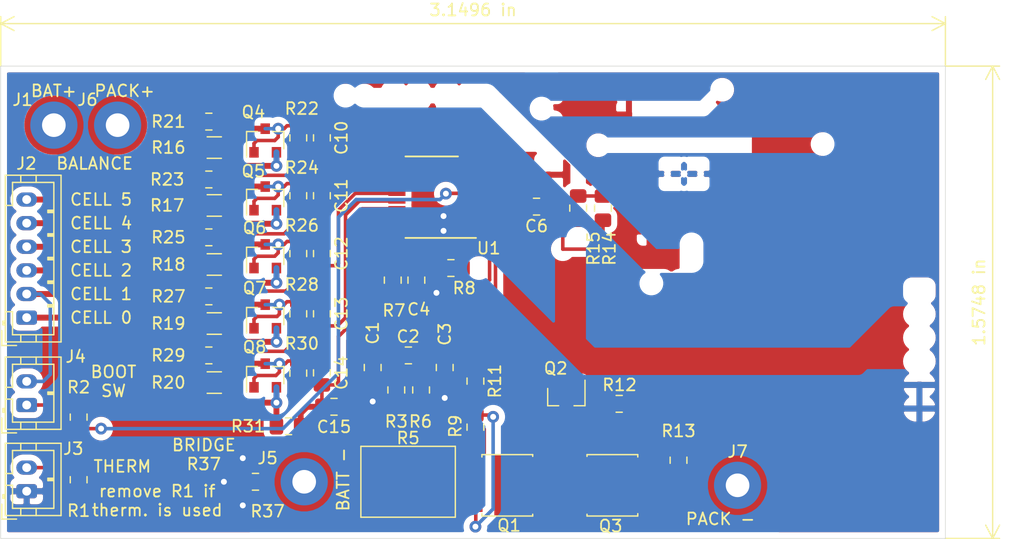
<source format=kicad_pcb>
(kicad_pcb (version 20171130) (host pcbnew 5.1.5-52549c5~84~ubuntu18.04.1)
  (layers (0 F.Cu signal) (31 B.Cu signal) (34 B.Paste user hide) (35 F.Paste user hide) (36 B.SilkS user) (37 F.SilkS user) (38 B.Mask user) (39 F.Mask user) (44 Edge.Cuts user))
  (net 0 "")
  (net 1 "Net-(C1-Pad1)")
  (net 2 GND)
  (net 3 "Net-(C2-Pad1)")
  (net 4 "Net-(C4-Pad2)")
  (net 5 "Net-(C5-Pad2)")
  (net 6 /BAT_THERM)
  (net 7 "Net-(C7-Pad2)")
  (net 8 "/cpu power/ENABLE")
  (net 9 /BAT+)
  (net 10 "/balance section/BAL_C5")
  (net 11 "/balance section/BAL_C4")
  (net 12 "/balance section/BAL_C3")
  (net 13 "/balance section/BAL_C2")
  (net 14 "/balance section/BAL_C1")
  (net 15 "/balance section/BAL_C0")
  (net 16 "Net-(D2-Pad2)")
  (net 17 "Net-(D2-Pad1)")
  (net 18 /RAW_C4)
  (net 19 "Net-(D3-Pad3)")
  (net 20 /RAW_C3)
  (net 21 "Net-(D4-Pad3)")
  (net 22 /RAW_C2)
  (net 23 "Net-(D5-Pad3)")
  (net 24 /RAW_C1)
  (net 25 "Net-(D6-Pad3)")
  (net 26 /RAW_BATT-)
  (net 27 "Net-(D7-Pad3)")
  (net 28 /RAW_C5)
  (net 29 /RAW_BAT-)
  (net 30 /~ALERT)
  (net 31 /SDA)
  (net 32 /SCL)
  (net 33 "Net-(Q1-Pad4)")
  (net 34 "Net-(Q1-Pad5)")
  (net 35 "Net-(Q1-Pad1)")
  (net 36 "Net-(Q2-Pad2)")
  (net 37 "Net-(Q4-Pad3)")
  (net 38 "Net-(Q5-Pad3)")
  (net 39 "Net-(Q7-Pad3)")
  (net 40 "Net-(Q8-Pad3)")
  (net 41 "Net-(R11-Pad1)")
  (net 42 "Net-(Q6-Pad3)")
  (net 43 /BAT-)
  (net 44 "Net-(J4-Pad1)")
  (module Package_TO_SOT_SMD:SOT-23 (layer F.Cu) (at 42.4 26.3 90)
    (fp_text reference Q4 (at 2.4 -1 180) (layer F.SilkS))
    (fp_text value NTR3C21NZ)
    (pad 3 smd rect (at 1 0 90) (size 0.9 0.8) (layers F.Cu F.Paste F.Mask) (net 37 "Net-(Q4-Pad3)"))
    (pad 2 smd rect (at -1 0.95 90) (size 0.9 0.8) (layers F.Cu F.Paste F.Mask) (net 18 /RAW_C4))
    (pad 1 smd rect (at -1 -0.95 90) (size 0.9 0.8) (layers F.Cu F.Paste F.Mask) (net 19 "Net-(D3-Pad3)"))
  )
  (module Package_TO_SOT_SMD:SOT-23 (layer F.Cu) (at 42.4 41.2 90)
    (fp_text reference Q7 (at 2.4 -0.9 180) (layer F.SilkS))
    (fp_text value NTR3C21NZ)
    (pad 3 smd rect (at 1 0 90) (size 0.9 0.8) (layers F.Cu F.Paste F.Mask) (net 39 "Net-(Q7-Pad3)"))
    (pad 2 smd rect (at -1 0.95 90) (size 0.9 0.8) (layers F.Cu F.Paste F.Mask) (net 24 /RAW_C1))
    (pad 1 smd rect (at -1 -0.95 90) (size 0.9 0.8) (layers F.Cu F.Paste F.Mask) (net 25 "Net-(D6-Pad3)"))
  )
  (module Package_TO_SOT_SMD:SOT-23 (layer F.Cu) (at 42.4 46.2 90)
    (fp_text reference Q8 (at 2.4 -0.9 180) (layer F.SilkS))
    (fp_text value NTR3C21NZ)
    (pad 3 smd rect (at 1 0 90) (size 0.9 0.8) (layers F.Cu F.Paste F.Mask) (net 40 "Net-(Q8-Pad3)"))
    (pad 2 smd rect (at -1 0.95 90) (size 0.9 0.8) (layers F.Cu F.Paste F.Mask) (net 26 /RAW_BATT-))
    (pad 1 smd rect (at -1 -0.95 90) (size 0.9 0.8) (layers F.Cu F.Paste F.Mask) (net 27 "Net-(D7-Pad3)"))
  )
  (module Resistor_SMD:R_0805_2012Metric_Pad1.15x1.40mm_HandSolder (layer F.Cu) (at 45.2 40.975 90)
    (fp_text reference R28 (at 2.475 0.3 180) (layer F.SilkS))
    (fp_text value 10k)
    (pad 2 smd roundrect (at 1.025 0 90) (size 1.15 1.4) (layers F.Cu F.Paste F.Mask) (roundrect_rratio 0.217391) (net 25 "Net-(D6-Pad3)"))
    (pad 1 smd roundrect (at -1.025 0 90) (size 1.15 1.4) (layers F.Cu F.Paste F.Mask) (roundrect_rratio 0.217391) (net 14 "/balance section/BAL_C1"))
  )
  (module Resistor_SMD:R_0805_2012Metric_Pad1.15x1.40mm_HandSolder (layer F.Cu) (at 37.625 44.5 180)
    (fp_text reference R29 (at 3.425 0) (layer F.SilkS))
    (fp_text value 1k)
    (pad 1 smd roundrect (at -1.025 0 180) (size 1.15 1.4) (layers F.Cu F.Paste F.Mask) (roundrect_rratio 0.217391) (net 14 "/balance section/BAL_C1"))
    (pad 2 smd roundrect (at 1.025 0 180) (size 1.15 1.4) (layers F.Cu F.Paste F.Mask) (roundrect_rratio 0.217391) (net 24 /RAW_C1))
  )
  (module Resistor_SMD:R_0805_2012Metric_Pad1.15x1.40mm_HandSolder (layer F.Cu) (at 37.625 39.5 180)
    (fp_text reference R27 (at 3.425 0) (layer F.SilkS))
    (fp_text value 1k)
    (pad 1 smd roundrect (at -1.025 0 180) (size 1.15 1.4) (layers F.Cu F.Paste F.Mask) (roundrect_rratio 0.217391) (net 13 "/balance section/BAL_C2"))
    (pad 2 smd roundrect (at 1.025 0 180) (size 1.15 1.4) (layers F.Cu F.Paste F.Mask) (roundrect_rratio 0.217391) (net 22 /RAW_C2))
  )
  (module Capacitor_SMD:C_0805_2012Metric_Pad1.15x1.40mm_HandSolder (layer F.Cu) (at 47.2 40.975 270)
    (fp_text reference C13 (at 0 -1.65 90) (layer F.SilkS))
    (fp_text value 220n)
    (pad 2 smd roundrect (at 1.025 0 270) (size 1.15 1.4) (layers F.Cu F.Paste F.Mask) (roundrect_rratio 0.217391) (net 14 "/balance section/BAL_C1"))
    (pad 1 smd roundrect (at -1.025 0 270) (size 1.15 1.4) (layers F.Cu F.Paste F.Mask) (roundrect_rratio 0.217391) (net 13 "/balance section/BAL_C2"))
  )
  (module Resistor_SMD:R_1206_3216Metric_Pad1.42x1.75mm_HandSolder (layer F.Cu) (at 38.0875 41.8 180)
    (fp_text reference R19 (at 3.8875 0) (layer F.SilkS))
    (fp_text value 220)
    (pad 1 smd roundrect (at -1.4875 0 180) (size 1.425 1.75) (layers F.Cu F.Paste F.Mask) (roundrect_rratio 0.175439) (net 39 "Net-(Q7-Pad3)"))
    (pad 2 smd roundrect (at 1.4875 0 180) (size 1.425 1.75) (layers F.Cu F.Paste F.Mask) (roundrect_rratio 0.175439) (net 22 /RAW_C2))
  )
  (module Resistor_SMD:R_1206_3216Metric_Pad1.42x1.75mm_HandSolder (layer F.Cu) (at 38.0875 46.8 180)
    (fp_text reference R20 (at 3.8875 0) (layer F.SilkS))
    (fp_text value 220)
    (pad 1 smd roundrect (at -1.4875 0 180) (size 1.425 1.75) (layers F.Cu F.Paste F.Mask) (roundrect_rratio 0.175439) (net 40 "Net-(Q8-Pad3)"))
    (pad 2 smd roundrect (at 1.4875 0 180) (size 1.425 1.75) (layers F.Cu F.Paste F.Mask) (roundrect_rratio 0.175439) (net 24 /RAW_C1))
  )
  (module Capacitor_SMD:C_0805_2012Metric_Pad1.15x1.40mm_HandSolder (layer F.Cu) (at 47.2 45.975 270)
    (fp_text reference C14 (at 0 -1.65 90) (layer F.SilkS))
    (fp_text value 220n)
    (pad 2 smd roundrect (at 1.025 0 270) (size 1.15 1.4) (layers F.Cu F.Paste F.Mask) (roundrect_rratio 0.217391) (net 15 "/balance section/BAL_C0"))
    (pad 1 smd roundrect (at -1.025 0 270) (size 1.15 1.4) (layers F.Cu F.Paste F.Mask) (roundrect_rratio 0.217391) (net 14 "/balance section/BAL_C1"))
  )
  (module Resistor_SMD:R_0805_2012Metric_Pad1.15x1.40mm_HandSolder (layer F.Cu) (at 45.2 46 90)
    (fp_text reference R30 (at 2.5 0.3 180) (layer F.SilkS))
    (fp_text value 10k)
    (pad 2 smd roundrect (at 1.025 0 90) (size 1.15 1.4) (layers F.Cu F.Paste F.Mask) (roundrect_rratio 0.217391) (net 27 "Net-(D7-Pad3)"))
    (pad 1 smd roundrect (at -1.025 0 90) (size 1.15 1.4) (layers F.Cu F.Paste F.Mask) (roundrect_rratio 0.217391) (net 15 "/balance section/BAL_C0"))
  )
  (module Capacitor_SMD:C_0805_2012Metric_Pad1.15x1.40mm_HandSolder (layer F.Cu) (at 51.5 45.525 270)
    (fp_text reference C1 (at -2.925 0 90) (layer F.SilkS))
    (fp_text value 100n)
    (pad 1 smd roundrect (at -1.025 0 270) (size 1.15 1.4) (layers F.Cu F.Paste F.Mask) (roundrect_rratio 0.217391) (net 1 "Net-(C1-Pad1)"))
    (pad 2 smd roundrect (at 1.025 0 270) (size 1.15 1.4) (layers F.Cu F.Paste F.Mask) (roundrect_rratio 0.217391) (net 2 GND))
  )
  (module Capacitor_SMD:C_0805_2012Metric_Pad1.15x1.40mm_HandSolder (layer F.Cu) (at 54.525 44.5 180)
    (fp_text reference C2 (at 0.025 1.6) (layer F.SilkS))
    (fp_text value 100n)
    (pad 2 smd roundrect (at 1.025 0 180) (size 1.15 1.4) (layers F.Cu F.Paste F.Mask) (roundrect_rratio 0.217391) (net 1 "Net-(C1-Pad1)"))
    (pad 1 smd roundrect (at -1.025 0 180) (size 1.15 1.4) (layers F.Cu F.Paste F.Mask) (roundrect_rratio 0.217391) (net 3 "Net-(C2-Pad1)"))
  )
  (module Capacitor_SMD:C_0805_2012Metric_Pad1.15x1.40mm_HandSolder (layer F.Cu) (at 57.6 45.525 90)
    (fp_text reference C3 (at 2.825 0 90) (layer F.SilkS))
    (fp_text value 100n)
    (pad 1 smd roundrect (at -1.025 0 90) (size 1.15 1.4) (layers F.Cu F.Paste F.Mask) (roundrect_rratio 0.217391) (net 2 GND))
    (pad 2 smd roundrect (at 1.025 0 90) (size 1.15 1.4) (layers F.Cu F.Paste F.Mask) (roundrect_rratio 0.217391) (net 3 "Net-(C2-Pad1)"))
  )
  (module Capacitor_SMD:C_0805_2012Metric_Pad1.15x1.40mm_HandSolder (layer F.Cu) (at 55.2 38.125 90)
    (fp_text reference C4 (at -2.475 0.2 180) (layer F.SilkS))
    (fp_text value 1n)
    (pad 1 smd roundrect (at -1.025 0 90) (size 1.15 1.4) (layers F.Cu F.Paste F.Mask) (roundrect_rratio 0.217391) (net 2 GND))
    (pad 2 smd roundrect (at 1.025 0 90) (size 1.15 1.4) (layers F.Cu F.Paste F.Mask) (roundrect_rratio 0.217391) (net 4 "Net-(C4-Pad2)"))
  )
  (module Capacitor_SMD:C_0805_2012Metric_Pad1.15x1.40mm_HandSolder (layer F.Cu) (at 65.375 31.9 180)
    (fp_text reference C6 (at 0 -1.65) (layer F.SilkS))
    (fp_text value 1n)
    (pad 2 smd roundrect (at 1.025 0 180) (size 1.15 1.4) (layers F.Cu F.Paste F.Mask) (roundrect_rratio 0.217391) (net 6 /BAT_THERM))
    (pad 1 smd roundrect (at -1.025 0 180) (size 1.15 1.4) (layers F.Cu F.Paste F.Mask) (roundrect_rratio 0.217391) (net 2 GND))
  )
  (module Capacitor_SMD:C_0805_2012Metric_Pad1.15x1.40mm_HandSolder (layer F.Cu) (at 47.2 26.075 270)
    (fp_text reference C10 (at 0 -1.65 90) (layer F.SilkS))
    (fp_text value 220n)
    (pad 1 smd roundrect (at -1.025 0 270) (size 1.15 1.4) (layers F.Cu F.Paste F.Mask) (roundrect_rratio 0.217391) (net 10 "/balance section/BAL_C5"))
    (pad 2 smd roundrect (at 1.025 0 270) (size 1.15 1.4) (layers F.Cu F.Paste F.Mask) (roundrect_rratio 0.217391) (net 11 "/balance section/BAL_C4"))
  )
  (module Capacitor_SMD:C_0805_2012Metric_Pad1.15x1.40mm_HandSolder (layer F.Cu) (at 47.2 30.975 270)
    (fp_text reference C11 (at 0 -1.65 90) (layer F.SilkS))
    (fp_text value 220n)
    (pad 2 smd roundrect (at 1.025 0 270) (size 1.15 1.4) (layers F.Cu F.Paste F.Mask) (roundrect_rratio 0.217391) (net 12 "/balance section/BAL_C3"))
    (pad 1 smd roundrect (at -1.025 0 270) (size 1.15 1.4) (layers F.Cu F.Paste F.Mask) (roundrect_rratio 0.217391) (net 11 "/balance section/BAL_C4"))
  )
  (module Capacitor_SMD:C_0805_2012Metric_Pad1.15x1.40mm_HandSolder (layer F.Cu) (at 47.2 35.875 270)
    (fp_text reference C12 (at 0 -1.65 90) (layer F.SilkS))
    (fp_text value 220n)
    (pad 1 smd roundrect (at -1.025 0 270) (size 1.15 1.4) (layers F.Cu F.Paste F.Mask) (roundrect_rratio 0.217391) (net 12 "/balance section/BAL_C3"))
    (pad 2 smd roundrect (at 1.025 0 270) (size 1.15 1.4) (layers F.Cu F.Paste F.Mask) (roundrect_rratio 0.217391) (net 13 "/balance section/BAL_C2"))
  )
  (module Capacitor_SMD:C_0805_2012Metric_Pad1.15x1.40mm_HandSolder (layer F.Cu) (at 48.225 48.85)
    (fp_text reference C15 (at 0 1.7) (layer F.SilkS))
    (fp_text value 220n)
    (pad 1 smd roundrect (at -1.025 0) (size 1.15 1.4) (layers F.Cu F.Paste F.Mask) (roundrect_rratio 0.217391) (net 15 "/balance section/BAL_C0"))
    (pad 2 smd roundrect (at 1.025 0) (size 1.15 1.4) (layers F.Cu F.Paste F.Mask) (roundrect_rratio 0.217391) (net 2 GND))
  )
  (module Connector_JST:JST_PH_B6B-PH-K_1x06_P2.00mm_Vertical (layer F.Cu) (at 22.2 41.3 90)
    (fp_text reference J2 (at 13.05 -0.025 180) (layer F.SilkS))
    (fp_text value Conn_01x06)
    (pad 1 thru_hole roundrect (at 0 0 90) (size 1.2 1.75) (drill 0.75) (layers *.Cu *.Mask) (roundrect_rratio 0.208333) (net 26 /RAW_BATT-))
    (pad 2 thru_hole oval (at 2 0 90) (size 1.2 1.75) (drill 0.75) (layers *.Cu *.Mask) (net 24 /RAW_C1))
    (pad 3 thru_hole oval (at 4 0 90) (size 1.2 1.75) (drill 0.75) (layers *.Cu *.Mask) (net 22 /RAW_C2))
    (pad 4 thru_hole oval (at 6 0 90) (size 1.2 1.75) (drill 0.75) (layers *.Cu *.Mask) (net 20 /RAW_C3))
    (pad 5 thru_hole oval (at 8 0 90) (size 1.2 1.75) (drill 0.75) (layers *.Cu *.Mask) (net 18 /RAW_C4))
    (pad 6 thru_hole oval (at 10 0 90) (size 1.2 1.75) (drill 0.75) (layers *.Cu *.Mask) (net 28 /RAW_C5))
  )
  (module Connector_JST:JST_PH_B2B-PH-K_1x02_P2.00mm_Vertical (layer F.Cu) (at 22.2 56 90)
    (fp_text reference J3 (at 3.6 3.95 180) (layer F.SilkS))
    (fp_text value therm)
    (pad 1 thru_hole roundrect (at 0 0 90) (size 1.2 1.75) (drill 0.75) (layers *.Cu *.Mask) (roundrect_rratio 0.208333) (net 2 GND))
    (pad 2 thru_hole oval (at 2 0 90) (size 1.2 1.75) (drill 0.75) (layers *.Cu *.Mask) (net 6 /BAT_THERM))
  )
  (module Connector_JST:JST_PH_B2B-PH-K_1x02_P2.00mm_Vertical (layer F.Cu) (at 22.2 48.7 90)
    (fp_text reference J4 (at 4.1 4.15 180) (layer F.SilkS))
    (fp_text value boot_switch)
    (pad 2 thru_hole oval (at 2 0 90) (size 1.2 1.75) (drill 0.75) (layers *.Cu *.Mask) (net 24 /RAW_C1))
    (pad 1 thru_hole roundrect (at 0 0 90) (size 1.2 1.75) (drill 0.75) (layers *.Cu *.Mask) (roundrect_rratio 0.208333) (net 44 "Net-(J4-Pad1)"))
  )
  (module Package_TO_SOT_SMD:LFPAK56 (layer F.Cu) (at 63.065 55.5)
    (fp_text reference Q1 (at -0.015 3.4) (layer F.SilkS))
    (fp_text value PSMN2R6-40YS)
    (pad 4 smd rect (at -2.835 1.91 270) (size 0.7 1.15) (layers F.Cu F.Paste F.Mask) (net 33 "Net-(Q1-Pad4)"))
    (pad 5 smd rect (at 0.435 0 270) (size 4.2 3.3) (layers F.Cu F.Mask) (net 34 "Net-(Q1-Pad5)"))
    (pad 5 smd rect (at 2.635 0 270) (size 4.7 1.55) (layers F.Cu F.Mask) (net 34 "Net-(Q1-Pad5)"))
    (pad 3 smd rect (at -2.835 0.64 270) (size 0.7 1.15) (layers F.Cu F.Paste F.Mask) (net 35 "Net-(Q1-Pad1)"))
    (pad 1 smd rect (at -2.835 -1.91 270) (size 0.7 1.15) (layers F.Cu F.Paste F.Mask) (net 35 "Net-(Q1-Pad1)"))
    (pad 2 smd rect (at -2.835 -0.64 270) (size 0.7 1.15) (layers F.Cu F.Paste F.Mask) (net 35 "Net-(Q1-Pad1)"))
  )
  (module Package_TO_SOT_SMD:SOT-23 (layer F.Cu) (at 67.9 48 270)
    (fp_text reference Q2 (at -2.4 0.9 180) (layer F.SilkS))
    (fp_text value SI2337DS-T1-E3)
    (pad 1 smd rect (at -1 -0.95 270) (size 0.9 0.8) (layers F.Cu F.Paste F.Mask) (net 2 GND))
    (pad 2 smd rect (at -1 0.95 270) (size 0.9 0.8) (layers F.Cu F.Paste F.Mask) (net 36 "Net-(Q2-Pad2)"))
    (pad 3 smd rect (at 1 0 270) (size 0.9 0.8) (layers F.Cu F.Paste F.Mask) (net 16 "Net-(D2-Pad2)"))
  )
  (module Package_TO_SOT_SMD:LFPAK56 (layer F.Cu) (at 71.635 55.5 180)
    (fp_text reference Q3 (at -0.015 -3.45) (layer F.SilkS))
    (fp_text value PSMN2R6-40YS)
    (pad 2 smd rect (at -2.835 -0.64 90) (size 0.7 1.15) (layers F.Cu F.Paste F.Mask) (net 29 /RAW_BAT-))
    (pad 1 smd rect (at -2.835 -1.91 90) (size 0.7 1.15) (layers F.Cu F.Paste F.Mask) (net 29 /RAW_BAT-))
    (pad 3 smd rect (at -2.835 0.64 90) (size 0.7 1.15) (layers F.Cu F.Paste F.Mask) (net 29 /RAW_BAT-))
    (pad 5 smd rect (at 2.635 0 90) (size 4.7 1.55) (layers F.Cu F.Mask) (net 34 "Net-(Q1-Pad5)"))
    (pad 5 smd rect (at 0.435 0 90) (size 4.2 3.3) (layers F.Cu F.Mask) (net 34 "Net-(Q1-Pad5)"))
    (pad 4 smd rect (at -2.835 1.91 90) (size 0.7 1.15) (layers F.Cu F.Paste F.Mask) (net 17 "Net-(D2-Pad1)"))
  )
  (module Package_TO_SOT_SMD:SOT-23 (layer F.Cu) (at 42.4 31.2 90)
    (fp_text reference Q5 (at 2.3 -1 180) (layer F.SilkS))
    (fp_text value NTR3C21NZ)
    (pad 3 smd rect (at 1 0 90) (size 0.9 0.8) (layers F.Cu F.Paste F.Mask) (net 38 "Net-(Q5-Pad3)"))
    (pad 2 smd rect (at -1 0.95 90) (size 0.9 0.8) (layers F.Cu F.Paste F.Mask) (net 20 /RAW_C3))
    (pad 1 smd rect (at -1 -0.95 90) (size 0.9 0.8) (layers F.Cu F.Paste F.Mask) (net 21 "Net-(D4-Pad3)"))
  )
  (module Package_TO_SOT_SMD:SOT-23 (layer F.Cu) (at 42.4 36.1 90)
    (fp_text reference Q6 (at 2.4 -0.9 180) (layer F.SilkS))
    (fp_text value NTR3C21NZ)
    (pad 3 smd rect (at 1 0 90) (size 0.9 0.8) (layers F.Cu F.Paste F.Mask) (net 42 "Net-(Q6-Pad3)"))
    (pad 2 smd rect (at -1 0.95 90) (size 0.9 0.8) (layers F.Cu F.Paste F.Mask) (net 22 /RAW_C2))
    (pad 1 smd rect (at -1 -0.95 90) (size 0.9 0.8) (layers F.Cu F.Paste F.Mask) (net 23 "Net-(D5-Pad3)"))
  )
  (module Resistor_SMD:R_0805_2012Metric_Pad1.15x1.40mm_HandSolder (layer F.Cu) (at 26.6 55.025 270)
    (fp_text reference R1 (at 2.625 0 180) (layer F.SilkS))
    (fp_text value 10k)
    (pad 2 smd roundrect (at 1.025 0 270) (size 1.15 1.4) (layers F.Cu F.Paste F.Mask) (roundrect_rratio 0.217391) (net 2 GND))
    (pad 1 smd roundrect (at -1.025 0 270) (size 1.15 1.4) (layers F.Cu F.Paste F.Mask) (roundrect_rratio 0.217391) (net 6 /BAT_THERM))
  )
  (module Resistor_SMD:R_0805_2012Metric_Pad1.15x1.40mm_HandSolder (layer F.Cu) (at 26.6 49.725 90)
    (fp_text reference R2 (at 2.525 0 180) (layer F.SilkS))
    (fp_text value 10k)
    (pad 1 smd roundrect (at -1.025 0 90) (size 1.15 1.4) (layers F.Cu F.Paste F.Mask) (roundrect_rratio 0.217391) (net 6 /BAT_THERM))
    (pad 2 smd roundrect (at 1.025 0 90) (size 1.15 1.4) (layers F.Cu F.Paste F.Mask) (roundrect_rratio 0.217391) (net 44 "Net-(J4-Pad1)"))
  )
  (module Resistor_SMD:R_0805_2012Metric_Pad1.15x1.40mm_HandSolder (layer F.Cu) (at 53.5 47.425 270)
    (fp_text reference R3 (at 2.675 0 180) (layer F.SilkS))
    (fp_text value 100)
    (pad 2 smd roundrect (at 1.025 0 270) (size 1.15 1.4) (layers F.Cu F.Paste F.Mask) (roundrect_rratio 0.217391) (net 43 /BAT-))
    (pad 1 smd roundrect (at -1.025 0 270) (size 1.15 1.4) (layers F.Cu F.Paste F.Mask) (roundrect_rratio 0.217391) (net 1 "Net-(C1-Pad1)"))
  )
  (module bq76920:WSHP28185L000FEA (layer F.Cu) (at 54.5 55.2 180)
    (fp_text reference R5 (at 0 3.7) (layer F.SilkS))
    (fp_text value WSHP28185L000FEA)
    (pad 1 smd rect (at -2 0 180) (size 3.5 5.1) (layers F.Cu F.Paste F.Mask) (net 35 "Net-(Q1-Pad1)"))
    (pad 2 smd rect (at 2 0 180) (size 3.5 5.1) (layers F.Cu F.Paste F.Mask) (net 43 /BAT-))
  )
  (module Resistor_SMD:R_0805_2012Metric_Pad1.15x1.40mm_HandSolder (layer F.Cu) (at 55.6 47.425 270)
    (fp_text reference R6 (at 2.675 0.05 180) (layer F.SilkS))
    (fp_text value 100)
    (pad 1 smd roundrect (at -1.025 0 270) (size 1.15 1.4) (layers F.Cu F.Paste F.Mask) (roundrect_rratio 0.217391) (net 3 "Net-(C2-Pad1)"))
    (pad 2 smd roundrect (at 1.025 0 270) (size 1.15 1.4) (layers F.Cu F.Paste F.Mask) (roundrect_rratio 0.217391) (net 35 "Net-(Q1-Pad1)"))
  )
  (module Resistor_SMD:R_0805_2012Metric_Pad1.15x1.40mm_HandSolder (layer F.Cu) (at 53.2 38.125 270)
    (fp_text reference R7 (at 2.575 -0.1 180) (layer F.SilkS))
    (fp_text value 500k)
    (pad 2 smd roundrect (at 1.025 0 270) (size 1.15 1.4) (layers F.Cu F.Paste F.Mask) (roundrect_rratio 0.217391) (net 2 GND))
    (pad 1 smd roundrect (at -1.025 0 270) (size 1.15 1.4) (layers F.Cu F.Paste F.Mask) (roundrect_rratio 0.217391) (net 4 "Net-(C4-Pad2)"))
  )
  (module Resistor_SMD:R_0805_2012Metric_Pad1.15x1.40mm_HandSolder (layer F.Cu) (at 58.125 37.1 180)
    (fp_text reference R8 (at -1.125 -1.7) (layer F.SilkS))
    (fp_text value 100)
    (pad 1 smd roundrect (at -1.025 0 180) (size 1.15 1.4) (layers F.Cu F.Paste F.Mask) (roundrect_rratio 0.217391) (net 30 /~ALERT))
    (pad 2 smd roundrect (at 1.025 0 180) (size 1.15 1.4) (layers F.Cu F.Paste F.Mask) (roundrect_rratio 0.217391) (net 4 "Net-(C4-Pad2)"))
  )
  (module Resistor_SMD:R_0805_2012Metric_Pad1.15x1.40mm_HandSolder (layer F.Cu) (at 60.2 50.575 270)
    (fp_text reference R9 (at -0.075 1.7 270) (layer F.SilkS))
    (fp_text value 1Meg)
    (pad 2 smd roundrect (at 1.025 0 270) (size 1.15 1.4) (layers F.Cu F.Paste F.Mask) (roundrect_rratio 0.217391) (net 35 "Net-(Q1-Pad1)"))
    (pad 1 smd roundrect (at -1.025 0 270) (size 1.15 1.4) (layers F.Cu F.Paste F.Mask) (roundrect_rratio 0.217391) (net 33 "Net-(Q1-Pad4)"))
  )
  (module Resistor_SMD:R_0805_2012Metric_Pad1.15x1.40mm_HandSolder (layer F.Cu) (at 60.2 46.675 270)
    (fp_text reference R11 (at 0 -1.65 90) (layer F.SilkS))
    (fp_text value 10k)
    (pad 1 smd roundrect (at -1.025 0 270) (size 1.15 1.4) (layers F.Cu F.Paste F.Mask) (roundrect_rratio 0.217391) (net 41 "Net-(R11-Pad1)"))
    (pad 2 smd roundrect (at 1.025 0 270) (size 1.15 1.4) (layers F.Cu F.Paste F.Mask) (roundrect_rratio 0.217391) (net 33 "Net-(Q1-Pad4)"))
  )
  (module Resistor_SMD:R_0805_2012Metric_Pad1.15x1.40mm_HandSolder (layer F.Cu) (at 72.375 48.6)
    (fp_text reference R12 (at 0.025 -1.6) (layer F.SilkS))
    (fp_text value 1Meg)
    (pad 1 smd roundrect (at -1.025 0) (size 1.15 1.4) (layers F.Cu F.Paste F.Mask) (roundrect_rratio 0.217391) (net 16 "Net-(D2-Pad2)"))
    (pad 2 smd roundrect (at 1.025 0) (size 1.15 1.4) (layers F.Cu F.Paste F.Mask) (roundrect_rratio 0.217391) (net 17 "Net-(D2-Pad1)"))
  )
  (module Resistor_SMD:R_0805_2012Metric_Pad1.15x1.40mm_HandSolder (layer F.Cu) (at 77.4 53.375 270)
    (fp_text reference R13 (at -2.475 0 180) (layer F.SilkS))
    (fp_text value 1Meg)
    (pad 2 smd roundrect (at 1.025 0 270) (size 1.15 1.4) (layers F.Cu F.Paste F.Mask) (roundrect_rratio 0.217391) (net 29 /RAW_BAT-))
    (pad 1 smd roundrect (at -1.025 0 270) (size 1.15 1.4) (layers F.Cu F.Paste F.Mask) (roundrect_rratio 0.217391) (net 17 "Net-(D2-Pad1)"))
  )
  (module Resistor_SMD:R_0805_2012Metric_Pad1.15x1.40mm_HandSolder (layer F.Cu) (at 71 32.025 90)
    (fp_text reference R14 (at -3.425 0.55 90) (layer F.SilkS))
    (fp_text value 10k)
    (pad 2 smd roundrect (at 1.025 0 90) (size 1.15 1.4) (layers F.Cu F.Paste F.Mask) (roundrect_rratio 0.217391) (net 8 "/cpu power/ENABLE"))
    (pad 1 smd roundrect (at -1.025 0 90) (size 1.15 1.4) (layers F.Cu F.Paste F.Mask) (roundrect_rratio 0.217391) (net 31 /SDA))
  )
  (module Resistor_SMD:R_0805_2012Metric_Pad1.15x1.40mm_HandSolder (layer F.Cu) (at 68.9 32.025 90)
    (fp_text reference R15 (at -3.425 1.3 90) (layer F.SilkS))
    (fp_text value 10k)
    (pad 1 smd roundrect (at -1.025 0 90) (size 1.15 1.4) (layers F.Cu F.Paste F.Mask) (roundrect_rratio 0.217391) (net 32 /SCL))
    (pad 2 smd roundrect (at 1.025 0 90) (size 1.15 1.4) (layers F.Cu F.Paste F.Mask) (roundrect_rratio 0.217391) (net 8 "/cpu power/ENABLE"))
  )
  (module Resistor_SMD:R_1206_3216Metric_Pad1.42x1.75mm_HandSolder (layer F.Cu) (at 38.0875 26.9 180)
    (fp_text reference R16 (at 3.8875 0) (layer F.SilkS))
    (fp_text value 220)
    (pad 1 smd roundrect (at -1.4875 0 180) (size 1.425 1.75) (layers F.Cu F.Paste F.Mask) (roundrect_rratio 0.175439) (net 37 "Net-(Q4-Pad3)"))
    (pad 2 smd roundrect (at 1.4875 0 180) (size 1.425 1.75) (layers F.Cu F.Paste F.Mask) (roundrect_rratio 0.175439) (net 28 /RAW_C5))
  )
  (module Resistor_SMD:R_1206_3216Metric_Pad1.42x1.75mm_HandSolder (layer F.Cu) (at 38.0875 31.8 180)
    (fp_text reference R17 (at 3.9875 0 180) (layer F.SilkS))
    (fp_text value 220)
    (pad 2 smd roundrect (at 1.4875 0 180) (size 1.425 1.75) (layers F.Cu F.Paste F.Mask) (roundrect_rratio 0.175439) (net 18 /RAW_C4))
    (pad 1 smd roundrect (at -1.4875 0 180) (size 1.425 1.75) (layers F.Cu F.Paste F.Mask) (roundrect_rratio 0.175439) (net 38 "Net-(Q5-Pad3)"))
  )
  (module Resistor_SMD:R_1206_3216Metric_Pad1.42x1.75mm_HandSolder (layer F.Cu) (at 38.0875 36.8 180)
    (fp_text reference R18 (at 3.8875 0) (layer F.SilkS))
    (fp_text value 220)
    (pad 2 smd roundrect (at 1.4875 0 180) (size 1.425 1.75) (layers F.Cu F.Paste F.Mask) (roundrect_rratio 0.175439) (net 20 /RAW_C3))
    (pad 1 smd roundrect (at -1.4875 0 180) (size 1.425 1.75) (layers F.Cu F.Paste F.Mask) (roundrect_rratio 0.175439) (net 42 "Net-(Q6-Pad3)"))
  )
  (module Resistor_SMD:R_0805_2012Metric_Pad1.15x1.40mm_HandSolder (layer F.Cu) (at 37.625 24.7 180)
    (fp_text reference R21 (at 3.425 0) (layer F.SilkS))
    (fp_text value 1k)
    (pad 2 smd roundrect (at 1.025 0 180) (size 1.15 1.4) (layers F.Cu F.Paste F.Mask) (roundrect_rratio 0.217391) (net 28 /RAW_C5))
    (pad 1 smd roundrect (at -1.025 0 180) (size 1.15 1.4) (layers F.Cu F.Paste F.Mask) (roundrect_rratio 0.217391) (net 10 "/balance section/BAL_C5"))
  )
  (module Resistor_SMD:R_0805_2012Metric_Pad1.15x1.40mm_HandSolder (layer F.Cu) (at 45.2 26.075 90)
    (fp_text reference R22 (at 2.475 0.3 180) (layer F.SilkS))
    (fp_text value 10k)
    (pad 1 smd roundrect (at -1.025 0 90) (size 1.15 1.4) (layers F.Cu F.Paste F.Mask) (roundrect_rratio 0.217391) (net 11 "/balance section/BAL_C4"))
    (pad 2 smd roundrect (at 1.025 0 90) (size 1.15 1.4) (layers F.Cu F.Paste F.Mask) (roundrect_rratio 0.217391) (net 19 "Net-(D3-Pad3)"))
  )
  (module Resistor_SMD:R_0805_2012Metric_Pad1.15x1.40mm_HandSolder (layer F.Cu) (at 37.625 29.6 180)
    (fp_text reference R23 (at 3.525 0) (layer F.SilkS))
    (fp_text value 1k)
    (pad 1 smd roundrect (at -1.025 0 180) (size 1.15 1.4) (layers F.Cu F.Paste F.Mask) (roundrect_rratio 0.217391) (net 11 "/balance section/BAL_C4"))
    (pad 2 smd roundrect (at 1.025 0 180) (size 1.15 1.4) (layers F.Cu F.Paste F.Mask) (roundrect_rratio 0.217391) (net 18 /RAW_C4))
  )
  (module Resistor_SMD:R_0805_2012Metric_Pad1.15x1.40mm_HandSolder (layer F.Cu) (at 45.2 30.975 90)
    (fp_text reference R24 (at 2.375 0.3 180) (layer F.SilkS))
    (fp_text value 10k)
    (pad 1 smd roundrect (at -1.025 0 90) (size 1.15 1.4) (layers F.Cu F.Paste F.Mask) (roundrect_rratio 0.217391) (net 12 "/balance section/BAL_C3"))
    (pad 2 smd roundrect (at 1.025 0 90) (size 1.15 1.4) (layers F.Cu F.Paste F.Mask) (roundrect_rratio 0.217391) (net 21 "Net-(D4-Pad3)"))
  )
  (module Resistor_SMD:R_0805_2012Metric_Pad1.15x1.40mm_HandSolder (layer F.Cu) (at 37.625 34.5 180)
    (fp_text reference R25 (at 3.425 0) (layer F.SilkS))
    (fp_text value 1k)
    (pad 1 smd roundrect (at -1.025 0 180) (size 1.15 1.4) (layers F.Cu F.Paste F.Mask) (roundrect_rratio 0.217391) (net 12 "/balance section/BAL_C3"))
    (pad 2 smd roundrect (at 1.025 0 180) (size 1.15 1.4) (layers F.Cu F.Paste F.Mask) (roundrect_rratio 0.217391) (net 20 /RAW_C3))
  )
  (module Resistor_SMD:R_0805_2012Metric_Pad1.15x1.40mm_HandSolder (layer F.Cu) (at 45.2 35.875 90)
    (fp_text reference R26 (at 2.375 0.3 180) (layer F.SilkS))
    (fp_text value 10k)
    (pad 2 smd roundrect (at 1.025 0 90) (size 1.15 1.4) (layers F.Cu F.Paste F.Mask) (roundrect_rratio 0.217391) (net 23 "Net-(D5-Pad3)"))
    (pad 1 smd roundrect (at -1.025 0 90) (size 1.15 1.4) (layers F.Cu F.Paste F.Mask) (roundrect_rratio 0.217391) (net 13 "/balance section/BAL_C2"))
  )
  (module Resistor_SMD:R_0805_2012Metric_Pad1.15x1.40mm_HandSolder (layer F.Cu) (at 44.375 50.5 180)
    (fp_text reference R31 (at 3.425 0) (layer F.SilkS))
    (fp_text value 1k)
    (pad 1 smd roundrect (at -1.025 0 180) (size 1.15 1.4) (layers F.Cu F.Paste F.Mask) (roundrect_rratio 0.217391) (net 15 "/balance section/BAL_C0"))
    (pad 2 smd roundrect (at 1.025 0 180) (size 1.15 1.4) (layers F.Cu F.Paste F.Mask) (roundrect_rratio 0.217391) (net 26 /RAW_BATT-))
  )
  (module Package_SO:TSSOP-20_4.4x6.5mm_P0.65mm (layer F.Cu) (at 56.5 31.1 180)
    (fp_text reference U1 (at -4.825 -4.325) (layer F.SilkS))
    (fp_text value bq76920)
    (pad 1 smd rect (at -2.95 -2.925 180) (size 1.45 0.45) (layers F.Cu F.Paste F.Mask) (net 41 "Net-(R11-Pad1)"))
    (pad 2 smd rect (at -2.95 -2.275 180) (size 1.45 0.45) (layers F.Cu F.Paste F.Mask) (net 36 "Net-(Q2-Pad2)"))
    (pad 3 smd rect (at -2.95 -1.625 180) (size 1.45 0.45) (layers F.Cu F.Paste F.Mask) (net 2 GND))
    (pad 4 smd rect (at -2.95 -0.975 180) (size 1.45 0.45) (layers F.Cu F.Paste F.Mask) (net 31 /SDA))
    (pad 5 smd rect (at -2.95 -0.325 180) (size 1.45 0.45) (layers F.Cu F.Paste F.Mask) (net 32 /SCL))
    (pad 6 smd rect (at -2.95 0.325 180) (size 1.45 0.45) (layers F.Cu F.Paste F.Mask) (net 6 /BAT_THERM))
    (pad 7 smd rect (at -2.95 0.975 180) (size 1.45 0.45) (layers F.Cu F.Paste F.Mask) (net 7 "Net-(C7-Pad2)"))
    (pad 8 smd rect (at -2.95 1.625 180) (size 1.45 0.45) (layers F.Cu F.Paste F.Mask) (net 8 "/cpu power/ENABLE"))
    (pad 9 smd rect (at -2.95 2.275 180) (size 1.45 0.45) (layers F.Cu F.Paste F.Mask) (net 5 "Net-(C5-Pad2)"))
    (pad 10 smd rect (at -2.95 2.925 180) (size 1.45 0.45) (layers F.Cu F.Paste F.Mask) (net 5 "Net-(C5-Pad2)"))
    (pad 11 smd rect (at 2.95 2.925 180) (size 1.45 0.45) (layers F.Cu F.Paste F.Mask))
    (pad 12 smd rect (at 2.95 2.275 180) (size 1.45 0.45) (layers F.Cu F.Paste F.Mask) (net 10 "/balance section/BAL_C5"))
    (pad 13 smd rect (at 2.95 1.625 180) (size 1.45 0.45) (layers F.Cu F.Paste F.Mask) (net 11 "/balance section/BAL_C4"))
    (pad 14 smd rect (at 2.95 0.975 180) (size 1.45 0.45) (layers F.Cu F.Paste F.Mask) (net 12 "/balance section/BAL_C3"))
    (pad 15 smd rect (at 2.95 0.325 180) (size 1.45 0.45) (layers F.Cu F.Paste F.Mask) (net 13 "/balance section/BAL_C2"))
    (pad 16 smd rect (at 2.95 -0.325 180) (size 1.45 0.45) (layers F.Cu F.Paste F.Mask) (net 14 "/balance section/BAL_C1"))
    (pad 17 smd rect (at 2.95 -0.975 180) (size 1.45 0.45) (layers F.Cu F.Paste F.Mask) (net 15 "/balance section/BAL_C0"))
    (pad 18 smd rect (at 2.95 -1.625 180) (size 1.45 0.45) (layers F.Cu F.Paste F.Mask) (net 1 "Net-(C1-Pad1)"))
    (pad 19 smd rect (at 2.95 -2.275 180) (size 1.45 0.45) (layers F.Cu F.Paste F.Mask) (net 3 "Net-(C2-Pad1)"))
    (pad 20 smd rect (at 2.95 -2.925 180) (size 1.45 0.45) (layers F.Cu F.Paste F.Mask) (net 4 "Net-(C4-Pad2)"))
  )
  (module bq76920:power_pin (layer F.Cu) (at 24.5 25)
    (fp_text reference J1 (at -2.65 -2.15) (layer F.SilkS))
    (fp_text value BAT+)
    (pad 1 thru_hole circle (at 0 0) (size 4 4) (drill 2) (layers *.Cu *.Mask) (net 9 /BAT+))
  )
  (module bq76920:power_pin (layer F.Cu) (at 45.7 55.2)
    (fp_text reference J5 (at -3.1 -2) (layer F.SilkS))
    (fp_text value BAT-)
    (pad 1 thru_hole circle (at 0 0) (size 4 4) (drill 2) (layers *.Cu *.Mask) (net 43 /BAT-))
  )
  (module bq76920:power_pin (layer F.Cu) (at 29.9 25)
    (fp_text reference J6 (at -2.55 -2.15) (layer F.SilkS))
    (fp_text value PACK+)
    (pad 1 thru_hole circle (at 0 0) (size 4 4) (drill 2) (layers *.Cu *.Mask) (net 9 /BAT+))
  )
  (module bq76920:power_pin (layer F.Cu) (at 82.4 55.5)
    (fp_text reference J7 (at 0 -2.85) (layer F.SilkS))
    (fp_text value PACK-)
    (pad 1 thru_hole circle (at 0 0) (size 4 4) (drill 2) (layers *.Cu *.Mask) (net 29 /RAW_BAT-))
  )
  (module Resistor_SMD:R_0805_2012Metric_Pad1.15x1.40mm_HandSolder (layer F.Cu) (at 41.575 55.2 180)
    (fp_text reference R37 (at -1.025 -2.5) (layer F.SilkS))
    (fp_text value 100)
    (pad 1 smd roundrect (at -1.025 0 180) (size 1.15 1.4) (layers F.Cu F.Paste F.Mask) (roundrect_rratio 0.217391) (net 43 /BAT-))
    (pad 2 smd roundrect (at 1.025 0 180) (size 1.15 1.4) (layers F.Cu F.Paste F.Mask) (roundrect_rratio 0.217391) (net 2 GND))
  )
  (gr_text "remove R1 if\ntherm. is used" (at 33.25 56.8) (layer F.SilkS) (effects (font (size 1 1))))
  (gr_text "BAT+  PACK+" (at 27.8 22.1) (layer F.SilkS) (effects (font (size 1 1))))
  (gr_text BALANCE (at 27.95 28.25) (layer F.SilkS) (effects (font (size 1 1))))
  (gr_text "PACK -" (at 80.95 58.35) (layer F.SilkS) (effects (font (size 1 1))))
  (gr_text "BRIDGE\nR37" (at 37.2 52.9) (layer F.SilkS) (effects (font (size 1 1))))
  (gr_text "BATT -" (at 49 55 90) (layer F.SilkS) (effects (font (size 1 1))))
  (gr_text "CELL 0" (at 28.5 41.3) (layer F.SilkS) (effects (font (size 1 1))))
  (gr_text "CELL 1" (at 28.5 39.3) (layer F.SilkS) (effects (font (size 1 1))))
  (gr_text "CELL 2" (at 28.5 37.3) (layer F.SilkS) (effects (font (size 1 1))))
  (gr_text "CELL 3" (at 28.5 35.3) (layer F.SilkS) (effects (font (size 1 1))))
  (gr_text "CELL 4" (at 28.5 33.3) (layer F.SilkS) (effects (font (size 1 1))))
  (gr_text "CELL 5" (at 28.5 31.3) (layer F.SilkS) (effects (font (size 1 1))))
  (gr_text "BOOT\nSW" (at 29.55 46.7) (layer F.SilkS) (effects (font (size 1 1))))
  (gr_text THERM (at 30.3 53.9) (layer F.SilkS) (effects (font (size 1 1))))
  (dimension 40 (width 0.12) (layer F.SilkS) (gr_text "40.000 mm" (at 105.27 40 270) (layer F.SilkS) (effects (font (size 1 1) (thickness 0.15)))) (feature1 (pts (xy 100 60) (xy 104.586421 60))) (feature2 (pts (xy 100 20) (xy 104.586421 20))) (crossbar (pts (xy 104 20) (xy 104 60))) (arrow1a (pts (xy 104 60) (xy 103.413579 58.873496))) (arrow1b (pts (xy 104 60) (xy 104.586421 58.873496))) (arrow2a (pts (xy 104 20) (xy 103.413579 21.126504))) (arrow2b (pts (xy 104 20) (xy 104.586421 21.126504))))
  (dimension 80 (width 0.12) (layer F.SilkS) (gr_text "80.000 mm" (at 60 15.13) (layer F.SilkS) (effects (font (size 1 1) (thickness 0.15)))) (feature1 (pts (xy 100 20) (xy 100 15.813579))) (feature2 (pts (xy 20 20) (xy 20 15.813579))) (crossbar (pts (xy 20 16.4) (xy 100 16.4))) (arrow1a (pts (xy 100 16.4) (xy 98.873496 16.986421))) (arrow1b (pts (xy 100 16.4) (xy 98.873496 15.813579))) (arrow2a (pts (xy 20 16.4) (xy 21.126504 16.986421))) (arrow2b (pts (xy 20 16.4) (xy 21.126504 15.813579))))
  (gr_line (start 100 60) (end 100 20) (layer Edge.Cuts) (width 0.05))
  (gr_line (start 20 60) (end 100 60) (layer Edge.Cuts) (width 0.05))
  (gr_line (start 20 20) (end 100 20) (layer Edge.Cuts) (width 0.05))
  (gr_line (start 20 20) (end 20 60) (layer Edge.Cuts) (width 0.05))
  (segment (start 51.5 44.5) (end 53.5 44.5) (width 0.3) (layer F.Cu) (net 1))
  (segment (start 53.5 46.4) (end 53.5 44.5) (width 0.3) (layer F.Cu) (net 1))
  (segment (start 53.55 32.725) (end 51.075 32.725) (width 0.3) (layer F.Cu) (net 1))
  (segment (start 51.075 32.725) (end 50.4 33.4) (width 0.3) (layer F.Cu) (net 1))
  (segment (start 50.4 33.4) (end 50.4 41.4) (width 0.3) (layer F.Cu) (net 1))
  (segment (start 51.5 42.5) (end 53 42.5) (width 0.3) (layer F.Cu) (net 1))
  (segment (start 50.4 41.4) (end 51.5 42.5) (width 0.3) (layer F.Cu) (net 1))
  (segment (start 53.5 43) (end 53.5 44.5) (width 0.3) (layer F.Cu) (net 1))
  (segment (start 53 42.5) (end 53.5 43) (width 0.3) (layer F.Cu) (net 1))
  (via (at 57.5 32.7) (size 1) (drill 0.5) (layers F.Cu B.Cu) (net 2))
  (segment (start 59.45 32.725) (end 57.525 32.725) (width 0.3) (layer F.Cu) (net 2))
  (segment (start 57.525 32.725) (end 57.5 32.7) (width 0.3) (layer F.Cu) (net 2))
  (via (at 56.9 39.2) (size 1) (drill 0.5) (layers F.Cu B.Cu) (net 2))
  (segment (start 55.2 39.15) (end 56.85 39.15) (width 0.3) (layer F.Cu) (net 2))
  (via (at 51.5 48.4) (size 1) (drill 0.5) (layers F.Cu B.Cu) (net 2))
  (via (at 57.6 48.1) (size 1) (drill 0.5) (layers F.Cu B.Cu) (net 2))
  (via (at 40.5 53.2) (size 1) (drill 0.5) (layers F.Cu B.Cu) (net 2))
  (segment (start 40.55 55.2) (end 40.55 53.25) (width 0.3) (layer F.Cu) (net 2))
  (segment (start 40.55 53.25) (end 40.5 53.2) (width 0.3) (layer F.Cu) (net 2))
  (via (at 38.9 55.2) (size 1) (drill 0.5) (layers F.Cu B.Cu) (net 2))
  (segment (start 40.55 55.2) (end 38.9 55.2) (width 0.3) (layer F.Cu) (net 2))
  (via (at 40.5 57.2) (size 1) (drill 0.5) (layers F.Cu B.Cu) (net 2))
  (segment (start 40.55 55.2) (end 40.55 57.15) (width 0.3) (layer F.Cu) (net 2))
  (segment (start 40.55 57.15) (end 40.5 57.2) (width 0.3) (layer F.Cu) (net 2))
  (via (at 57.5 33.95) (size 1) (drill 0.5) (layers F.Cu B.Cu) (net 2))
  (segment (start 57.5 32.7) (end 57.5 33.95) (width 1) (layer F.Cu) (net 2))
  (segment (start 56.85 39.15) (end 56.9 39.2) (width 1) (layer F.Cu) (net 2))
  (segment (start 53.2 39.15) (end 56.85 39.15) (width 1) (layer F.Cu) (net 2))
  (segment (start 57.6 48.1) (end 57.6 46.55) (width 1) (layer F.Cu) (net 2))
  (segment (start 51.5 48.4) (end 51.5 46.55) (width 1) (layer F.Cu) (net 2))
  (segment (start 55.55 44.5) (end 57.6 44.5) (width 0.3) (layer F.Cu) (net 3))
  (segment (start 55.6 44.55) (end 55.55 44.5) (width 0.3) (layer F.Cu) (net 3))
  (segment (start 55.6 46.4) (end 55.6 44.55) (width 0.3) (layer F.Cu) (net 3))
  (segment (start 55.55 42.85) (end 54.6 41.9) (width 0.3) (layer F.Cu) (net 3))
  (segment (start 51.1 41.1) (end 51.1 33.8) (width 0.3) (layer F.Cu) (net 3))
  (segment (start 55.55 44.5) (end 55.55 42.85) (width 0.3) (layer F.Cu) (net 3))
  (segment (start 51.525 33.375) (end 53.55 33.375) (width 0.3) (layer F.Cu) (net 3))
  (segment (start 51.1 33.8) (end 51.525 33.375) (width 0.3) (layer F.Cu) (net 3))
  (segment (start 54.6 41.9) (end 51.9 41.9) (width 0.3) (layer F.Cu) (net 3))
  (segment (start 51.9 41.9) (end 51.1 41.1) (width 0.3) (layer F.Cu) (net 3))
  (segment (start 53.55 34.025) (end 52.275 34.025) (width 0.3) (layer F.Cu) (net 4))
  (segment (start 52.275 34.025) (end 51.7 34.6) (width 0.3) (layer F.Cu) (net 4))
  (segment (start 51.7 34.6) (end 51.7 36.6) (width 0.3) (layer F.Cu) (net 4))
  (segment (start 52.2 37.1) (end 53.2 37.1) (width 0.3) (layer F.Cu) (net 4))
  (segment (start 51.7 36.6) (end 52.2 37.1) (width 0.3) (layer F.Cu) (net 4))
  (segment (start 53.2 37.1) (end 55.2 37.1) (width 0.3) (layer F.Cu) (net 4))
  (segment (start 55.2 37.1) (end 57.1 37.1) (width 0.3) (layer F.Cu) (net 4))
  (segment (start 59.45 28.825) (end 59.45 28.175) (width 0.3) (layer F.Cu) (net 5))
  (segment (start 59.45 30.775) (end 61.975 30.775) (width 0.3) (layer F.Cu) (net 6))
  (segment (start 63.1 31.9) (end 64.35 31.9) (width 0.3) (layer F.Cu) (net 6))
  (segment (start 61.975 30.775) (end 63.1 31.9) (width 0.3) (layer F.Cu) (net 6))
  (segment (start 22.2 54) (end 26.6 54) (width 0.3) (layer F.Cu) (net 6))
  (segment (start 26.6 54) (end 26.6 50.75) (width 0.3) (layer F.Cu) (net 6))
  (via (at 57.7 30.8) (size 1) (drill 0.5) (layers F.Cu B.Cu) (net 6))
  (segment (start 59.45 30.775) (end 57.725 30.775) (width 0.3) (layer F.Cu) (net 6))
  (segment (start 57.725 30.775) (end 57.7 30.8) (width 0.3) (layer F.Cu) (net 6))
  (segment (start 57.200001 31.299999) (end 50.100001 31.299999) (width 0.3) (layer B.Cu) (net 6))
  (segment (start 57.7 30.8) (end 57.200001 31.299999) (width 0.3) (layer B.Cu) (net 6))
  (segment (start 50.100001 31.299999) (end 48.6 32.8) (width 0.3) (layer B.Cu) (net 6))
  (segment (start 48.6 32.8) (end 48.6 46) (width 0.3) (layer B.Cu) (net 6))
  (via (at 28.5 50.7) (size 1) (drill 0.5) (layers F.Cu B.Cu) (net 6))
  (segment (start 48.6 46) (end 43.9 50.7) (width 0.3) (layer B.Cu) (net 6))
  (segment (start 43.9 50.7) (end 28.5 50.7) (width 0.3) (layer B.Cu) (net 6))
  (segment (start 26.65 50.7) (end 26.6 50.75) (width 0.3) (layer F.Cu) (net 6))
  (segment (start 28.5 50.7) (end 26.65 50.7) (width 0.3) (layer F.Cu) (net 6))
  (segment (start 71 31) (end 68.9 31) (width 0.3) (layer F.Cu) (net 8))
  (segment (start 24.5 25) (end 29.9 25) (width 5) (layer F.Cu) (net 9))
  (segment (start 47.2 24.375) (end 46.725 23.9) (width 0.3) (layer F.Cu) (net 10))
  (segment (start 47.2 25.05) (end 47.2 24.375) (width 0.3) (layer F.Cu) (net 10))
  (segment (start 46.725 23.9) (end 40.7 23.9) (width 0.3) (layer F.Cu) (net 10))
  (segment (start 39.9 24.7) (end 38.65 24.7) (width 0.3) (layer F.Cu) (net 10))
  (segment (start 40.7 23.9) (end 39.9 24.7) (width 0.3) (layer F.Cu) (net 10))
  (segment (start 53.55 28.825) (end 52.225 28.825) (width 0.3) (layer F.Cu) (net 10))
  (segment (start 52.225 28.825) (end 50.9 27.5) (width 0.3) (layer F.Cu) (net 10))
  (segment (start 50.9 27.5) (end 50.9 25.6) (width 0.3) (layer F.Cu) (net 10))
  (segment (start 50.35 25.05) (end 47.2 25.05) (width 0.3) (layer F.Cu) (net 10))
  (segment (start 50.9 25.6) (end 50.35 25.05) (width 0.3) (layer F.Cu) (net 10))
  (segment (start 45.2 27.1) (end 47.2 27.1) (width 0.3) (layer F.Cu) (net 11))
  (segment (start 47.2 27.1) (end 47.2 29.95) (width 0.3) (layer F.Cu) (net 11))
  (segment (start 53.55 29.475) (end 49.225 29.475) (width 0.3) (layer F.Cu) (net 11))
  (segment (start 48.75 29.95) (end 47.2 29.95) (width 0.3) (layer F.Cu) (net 11))
  (segment (start 49.225 29.475) (end 48.75 29.95) (width 0.3) (layer F.Cu) (net 11))
  (segment (start 45.2 28.326454) (end 45.2 27.775) (width 0.3) (layer F.Cu) (net 11))
  (segment (start 45.2 27.775) (end 45.2 27.1) (width 0.3) (layer F.Cu) (net 11))
  (segment (start 44.276453 29.250001) (end 45.2 28.326454) (width 0.3) (layer F.Cu) (net 11))
  (segment (start 40.549999 29.250001) (end 44.276453 29.250001) (width 0.3) (layer F.Cu) (net 11))
  (segment (start 40.2 29.6) (end 40.549999 29.250001) (width 0.3) (layer F.Cu) (net 11))
  (segment (start 38.65 29.6) (end 40.2 29.6) (width 0.3) (layer F.Cu) (net 11))
  (segment (start 45.2 32) (end 47.2 32) (width 0.3) (layer F.Cu) (net 12))
  (segment (start 47.2 32) (end 47.2 34.85) (width 0.3) (layer F.Cu) (net 12))
  (segment (start 49.875 30.125) (end 53.55 30.125) (width 0.3) (layer F.Cu) (net 12))
  (segment (start 47.2 32) (end 48 32) (width 0.3) (layer F.Cu) (net 12))
  (segment (start 48 32) (end 49.875 30.125) (width 0.3) (layer F.Cu) (net 12))
  (segment (start 38.65 34.5) (end 40.2 34.5) (width 0.3) (layer F.Cu) (net 12))
  (segment (start 40.2 34.5) (end 40.5 34.2) (width 0.3) (layer F.Cu) (net 12))
  (segment (start 40.5 34.2) (end 44 34.2) (width 0.3) (layer F.Cu) (net 12))
  (segment (start 45.2 33) (end 45.2 32) (width 0.3) (layer F.Cu) (net 12))
  (segment (start 44 34.2) (end 45.2 33) (width 0.3) (layer F.Cu) (net 12))
  (segment (start 45.2 36.9) (end 47.2 36.9) (width 0.3) (layer F.Cu) (net 13))
  (segment (start 47.2 39.95) (end 47.2 36.9) (width 0.3) (layer F.Cu) (net 13))
  (segment (start 53.55 30.775) (end 50.025 30.775) (width 0.3) (layer F.Cu) (net 13))
  (segment (start 50.025 30.775) (end 48.6 32.2) (width 0.3) (layer F.Cu) (net 13))
  (segment (start 48.6 32.2) (end 48.6 36.7) (width 0.3) (layer F.Cu) (net 13))
  (segment (start 48.4 36.9) (end 47.2 36.9) (width 0.3) (layer F.Cu) (net 13))
  (segment (start 48.6 36.7) (end 48.4 36.9) (width 0.3) (layer F.Cu) (net 13))
  (segment (start 44.149999 39.050001) (end 45.2 38) (width 0.3) (layer F.Cu) (net 13))
  (segment (start 40.449999 39.050001) (end 44.149999 39.050001) (width 0.3) (layer F.Cu) (net 13))
  (segment (start 45.2 38) (end 45.2 36.9) (width 0.3) (layer F.Cu) (net 13))
  (segment (start 38.65 39.5) (end 40 39.5) (width 0.3) (layer F.Cu) (net 13))
  (segment (start 40 39.5) (end 40.449999 39.050001) (width 0.3) (layer F.Cu) (net 13))
  (segment (start 45.2 42) (end 47.2 42) (width 0.3) (layer F.Cu) (net 14))
  (segment (start 53.55 31.425) (end 50.375 31.425) (width 0.3) (layer F.Cu) (net 14))
  (segment (start 50.375 31.425) (end 49.2 32.6) (width 0.3) (layer F.Cu) (net 14))
  (segment (start 49.2 32.6) (end 49.2 41.3) (width 0.3) (layer F.Cu) (net 14))
  (segment (start 48.5 42) (end 47.2 42) (width 0.3) (layer F.Cu) (net 14))
  (segment (start 49.2 41.3) (end 48.5 42) (width 0.3) (layer F.Cu) (net 14))
  (segment (start 47.2 42) (end 47.2 43.4) (width 0.3) (layer F.Cu) (net 14))
  (segment (start 47.2 43.4) (end 47.2 44.95) (width 0.3) (layer F.Cu) (net 14))
  (segment (start 39.674999 44.150001) (end 44.049999 44.150001) (width 0.3) (layer F.Cu) (net 14))
  (segment (start 38.65 44.5) (end 39.325 44.5) (width 0.3) (layer F.Cu) (net 14))
  (segment (start 45.2 43) (end 45.2 42) (width 0.3) (layer F.Cu) (net 14))
  (segment (start 44.049999 44.150001) (end 45.2 43) (width 0.3) (layer F.Cu) (net 14))
  (segment (start 39.325 44.5) (end 39.674999 44.150001) (width 0.3) (layer F.Cu) (net 14))
  (segment (start 47.175 47.025) (end 47.2 47) (width 0.3) (layer F.Cu) (net 15))
  (segment (start 45.2 47.025) (end 47.175 47.025) (width 0.3) (layer F.Cu) (net 15))
  (segment (start 53.55 32.075) (end 50.625 32.075) (width 0.3) (layer F.Cu) (net 15))
  (segment (start 50.625 32.075) (end 49.8 32.9) (width 0.3) (layer F.Cu) (net 15))
  (segment (start 49.8 32.9) (end 49.8 41.7) (width 0.3) (layer F.Cu) (net 15))
  (segment (start 49.8 41.7) (end 48.6 42.9) (width 0.3) (layer F.Cu) (net 15))
  (segment (start 48.6 42.9) (end 48.6 46.7) (width 0.3) (layer F.Cu) (net 15))
  (segment (start 48.3 47) (end 47.2 47) (width 0.3) (layer F.Cu) (net 15))
  (segment (start 48.6 46.7) (end 48.3 47) (width 0.3) (layer F.Cu) (net 15))
  (segment (start 47.2 47) (end 47.2 48.85) (width 0.3) (layer F.Cu) (net 15))
  (segment (start 45.4 50.5) (end 45.4 49.4) (width 0.5) (layer F.Cu) (net 15))
  (segment (start 45.95 48.85) (end 47.2 48.85) (width 0.5) (layer F.Cu) (net 15))
  (segment (start 45.4 49.4) (end 45.95 48.85) (width 0.5) (layer F.Cu) (net 15))
  (segment (start 67.9 49) (end 67.9 50.9) (width 0.3) (layer F.Cu) (net 16))
  (segment (start 67.9 49) (end 69.7 49) (width 0.3) (layer F.Cu) (net 16))
  (segment (start 70.1 48.6) (end 71.35 48.6) (width 0.3) (layer F.Cu) (net 16))
  (segment (start 69.7 49) (end 70.1 48.6) (width 0.3) (layer F.Cu) (net 16))
  (segment (start 73.4 48.6) (end 73.4 50.9) (width 0.3) (layer F.Cu) (net 17))
  (segment (start 76.6 52.35) (end 77.4 52.35) (width 0.3) (layer F.Cu) (net 17))
  (segment (start 75.06 52.35) (end 76.6 52.35) (width 0.3) (layer F.Cu) (net 17))
  (segment (start 73.4 52.05) (end 73.7 52.35) (width 0.3) (layer F.Cu) (net 17))
  (segment (start 73.4 50.9) (end 73.4 52.05) (width 0.3) (layer F.Cu) (net 17))
  (segment (start 74.45 52.92) (end 74.45 52.35) (width 0.3) (layer F.Cu) (net 17))
  (segment (start 74.47 52.94) (end 74.45 52.92) (width 0.3) (layer F.Cu) (net 17))
  (segment (start 74.47 53.59) (end 74.47 52.94) (width 0.3) (layer F.Cu) (net 17))
  (segment (start 73.7 52.35) (end 74.45 52.35) (width 0.3) (layer F.Cu) (net 17))
  (segment (start 74.45 52.35) (end 75.06 52.35) (width 0.3) (layer F.Cu) (net 17))
  (segment (start 22.2 33.3) (end 29.8 33.3) (width 0.5) (layer F.Cu) (net 18))
  (segment (start 29.8 33.3) (end 31.3 31.8) (width 0.5) (layer F.Cu) (net 18))
  (segment (start 31.3 31.8) (end 36.6 31.8) (width 0.5) (layer F.Cu) (net 18))
  (via (at 43.35 28.45) (size 1) (drill 0.5) (layers F.Cu B.Cu) (net 18))
  (segment (start 36.6 31.8) (end 36.6 29.6) (width 0.5) (layer F.Cu) (net 18))
  (segment (start 43.35 27.3) (end 43.35 28.45) (width 0.5) (layer F.Cu) (net 18))
  (segment (start 37.75 28.45) (end 36.6 29.6) (width 0.5) (layer F.Cu) (net 18))
  (segment (start 43.35 28.45) (end 37.75 28.45) (width 0.5) (layer F.Cu) (net 18))
  (segment (start 43.35 27.3) (end 43.35 28.45) (width 0.5) (layer B.Cu) (net 18))
  (via (at 43.5 25.3) (size 1) (drill 0.5) (layers F.Cu B.Cu) (net 19))
  (segment (start 42.4 25.3) (end 43.5 25.3) (width 0.3) (layer B.Cu) (net 19))
  (segment (start 43.5 25.3) (end 44 25.3) (width 0.3) (layer F.Cu) (net 19))
  (segment (start 44.25 25.05) (end 45.2 25.05) (width 0.3) (layer F.Cu) (net 19))
  (segment (start 44 25.3) (end 44.25 25.05) (width 0.3) (layer F.Cu) (net 19))
  (segment (start 41.45 26.55) (end 41.7 26.3) (width 0.3) (layer F.Cu) (net 19))
  (segment (start 41.45 27.3) (end 41.45 26.55) (width 0.3) (layer F.Cu) (net 19))
  (segment (start 43.5 26.007106) (end 43.5 25.3) (width 0.3) (layer F.Cu) (net 19))
  (segment (start 43.207106 26.3) (end 43.5 26.007106) (width 0.3) (layer F.Cu) (net 19))
  (segment (start 41.7 26.3) (end 43.207106 26.3) (width 0.3) (layer F.Cu) (net 19))
  (segment (start 22.2 35.3) (end 33.2 35.3) (width 0.5) (layer F.Cu) (net 20))
  (segment (start 33.2 35.3) (end 34.7 36.8) (width 0.5) (layer F.Cu) (net 20))
  (segment (start 34.7 36.8) (end 36.6 36.8) (width 0.5) (layer F.Cu) (net 20))
  (segment (start 37.75 33.35) (end 36.6 34.5) (width 0.5) (layer F.Cu) (net 20))
  (segment (start 43.35 33.35) (end 37.75 33.35) (width 0.5) (layer F.Cu) (net 20))
  (segment (start 43.35 32.2) (end 43.35 33.35) (width 0.5) (layer F.Cu) (net 20))
  (segment (start 36.6 34.5) (end 36.6 36.8) (width 0.5) (layer F.Cu) (net 20))
  (segment (start 43.35 32.2) (end 43.35 33.35) (width 0.5) (layer B.Cu) (net 20))
  (via (at 43.35 33.35) (size 1) (drill 0.5) (layers F.Cu B.Cu) (net 20))
  (segment (start 43.500002 30.2) (end 44 30.2) (width 0.3) (layer F.Cu) (net 21))
  (segment (start 44.25 29.95) (end 45.2 29.95) (width 0.3) (layer F.Cu) (net 21))
  (segment (start 44 30.2) (end 44.25 29.95) (width 0.3) (layer F.Cu) (net 21))
  (segment (start 41.45 31.45) (end 41.7 31.2) (width 0.3) (layer F.Cu) (net 21))
  (segment (start 41.45 32.2) (end 41.45 31.45) (width 0.3) (layer F.Cu) (net 21))
  (segment (start 43.500002 30.907106) (end 43.500002 30.2) (width 0.3) (layer F.Cu) (net 21))
  (segment (start 43.207108 31.2) (end 43.500002 30.907106) (width 0.3) (layer F.Cu) (net 21))
  (segment (start 41.7 31.2) (end 43.207108 31.2) (width 0.3) (layer F.Cu) (net 21))
  (segment (start 42.4 30.2) (end 43.500002 30.2) (width 0.3) (layer B.Cu) (net 21))
  (via (at 43.500002 30.2) (size 1) (drill 0.5) (layers F.Cu B.Cu) (net 21))
  (segment (start 22.2 37.3) (end 32.5 37.3) (width 0.5) (layer F.Cu) (net 22))
  (segment (start 32.5 37.3) (end 34.2 39) (width 0.5) (layer F.Cu) (net 22))
  (segment (start 34.2 39) (end 34.2 40.9) (width 0.5) (layer F.Cu) (net 22))
  (segment (start 34.2 40.9) (end 35.1 41.8) (width 0.5) (layer F.Cu) (net 22))
  (segment (start 35.1 41.8) (end 36.6 41.8) (width 0.5) (layer F.Cu) (net 22))
  (via (at 43.35 38.35) (size 1) (drill 0.5) (layers F.Cu B.Cu) (net 22))
  (segment (start 37.75 38.35) (end 36.6 39.5) (width 0.5) (layer F.Cu) (net 22))
  (segment (start 43.35 38.35) (end 37.75 38.35) (width 0.5) (layer F.Cu) (net 22))
  (segment (start 43.35 37.1) (end 43.35 38.35) (width 0.5) (layer F.Cu) (net 22))
  (segment (start 36.6 39.5) (end 36.6 41.8) (width 0.5) (layer F.Cu) (net 22))
  (segment (start 43.35 37.1) (end 43.35 38.35) (width 0.5) (layer B.Cu) (net 22))
  (via (at 43.500002 35.1) (size 1) (drill 0.5) (layers F.Cu B.Cu) (net 23))
  (segment (start 42.4 35.1) (end 43.500002 35.1) (width 0.3) (layer B.Cu) (net 23))
  (segment (start 43.500002 35.1) (end 44 35.1) (width 0.3) (layer F.Cu) (net 23))
  (segment (start 44.25 34.85) (end 45.2 34.85) (width 0.3) (layer F.Cu) (net 23))
  (segment (start 44 35.1) (end 44.25 34.85) (width 0.3) (layer F.Cu) (net 23))
  (segment (start 41.45 36.35) (end 41.7 36.1) (width 0.3) (layer F.Cu) (net 23))
  (segment (start 41.45 37.1) (end 41.45 36.35) (width 0.3) (layer F.Cu) (net 23))
  (segment (start 43.500002 35.807106) (end 43.500002 35.1) (width 0.3) (layer F.Cu) (net 23))
  (segment (start 43.207108 36.1) (end 43.500002 35.807106) (width 0.3) (layer F.Cu) (net 23))
  (segment (start 41.7 36.1) (end 43.207108 36.1) (width 0.3) (layer F.Cu) (net 23))
  (segment (start 22.2 39.3) (end 32.3 39.3) (width 0.5) (layer F.Cu) (net 24))
  (segment (start 32.3 39.3) (end 33.2 40.2) (width 0.5) (layer F.Cu) (net 24))
  (segment (start 33.2 40.2) (end 33.2 45.1) (width 0.5) (layer F.Cu) (net 24))
  (segment (start 33.2 45.1) (end 34.9 46.8) (width 0.5) (layer F.Cu) (net 24))
  (segment (start 34.9 46.8) (end 36.6 46.8) (width 0.5) (layer F.Cu) (net 24))
  (segment (start 23.375 39.3) (end 24.2 40.125) (width 0.3) (layer B.Cu) (net 24))
  (segment (start 22.2 39.3) (end 23.375 39.3) (width 0.3) (layer B.Cu) (net 24))
  (segment (start 24.2 40.125) (end 24.2 46.1) (width 0.3) (layer B.Cu) (net 24))
  (segment (start 23.6 46.7) (end 22.2 46.7) (width 0.3) (layer B.Cu) (net 24))
  (segment (start 24.2 46.1) (end 23.6 46.7) (width 0.3) (layer B.Cu) (net 24))
  (via (at 43.35 43.35) (size 1) (drill 0.5) (layers F.Cu B.Cu) (net 24))
  (segment (start 43.35 42.2) (end 43.35 43.35) (width 0.5) (layer F.Cu) (net 24))
  (segment (start 37.75 43.35) (end 36.6 44.5) (width 0.5) (layer F.Cu) (net 24))
  (segment (start 43.35 43.35) (end 37.75 43.35) (width 0.5) (layer F.Cu) (net 24))
  (segment (start 36.6 44.5) (end 36.6 46.8) (width 0.5) (layer F.Cu) (net 24))
  (segment (start 43.35 42.2) (end 43.35 43.35) (width 0.5) (layer B.Cu) (net 24))
  (via (at 43.6 40.2) (size 1) (drill 0.5) (layers F.Cu B.Cu) (net 25))
  (segment (start 42.4 40.2) (end 43.6 40.2) (width 0.3) (layer B.Cu) (net 25))
  (segment (start 41.45 41.45) (end 41.7 41.2) (width 0.3) (layer F.Cu) (net 25))
  (segment (start 41.45 42.2) (end 41.45 41.45) (width 0.3) (layer F.Cu) (net 25))
  (segment (start 41.7 41.2) (end 43.4 41.2) (width 0.3) (layer F.Cu) (net 25))
  (segment (start 43.6 41) (end 43.6 40.2) (width 0.3) (layer F.Cu) (net 25))
  (segment (start 43.4 41.2) (end 43.6 41) (width 0.3) (layer F.Cu) (net 25))
  (segment (start 43.6 40.2) (end 44 40.2) (width 0.3) (layer F.Cu) (net 25))
  (segment (start 44.25 39.95) (end 45.2 39.95) (width 0.3) (layer F.Cu) (net 25))
  (segment (start 44 40.2) (end 44.25 39.95) (width 0.3) (layer F.Cu) (net 25))
  (segment (start 22.2 41.3) (end 31.2 41.3) (width 0.5) (layer F.Cu) (net 26))
  (segment (start 31.2 41.3) (end 32.3 42.4) (width 0.5) (layer F.Cu) (net 26))
  (segment (start 32.3 45.189963) (end 35.610037 48.5) (width 0.5) (layer F.Cu) (net 26))
  (segment (start 32.3 42.4) (end 32.3 45.189963) (width 0.5) (layer F.Cu) (net 26))
  (segment (start 35.610037 48.5) (end 41.9 48.5) (width 0.5) (layer F.Cu) (net 26))
  (via (at 43.35 48.5) (size 1) (drill 0.5) (layers F.Cu B.Cu) (net 26))
  (segment (start 41.9 48.5) (end 43.35 48.5) (width 0.5) (layer F.Cu) (net 26))
  (segment (start 43.35 47.2) (end 43.35 48.5) (width 0.5) (layer F.Cu) (net 26))
  (segment (start 43.35 50.5) (end 43.35 48.5) (width 0.5) (layer F.Cu) (net 26))
  (segment (start 43.35 47.2) (end 43.35 48.5) (width 0.5) (layer B.Cu) (net 26))
  (via (at 43.6 45.2) (size 1) (drill 0.5) (layers F.Cu B.Cu) (net 27))
  (segment (start 42.4 45.2) (end 43.6 45.2) (width 0.3) (layer B.Cu) (net 27))
  (segment (start 43.6 45.2) (end 44.1 45.2) (width 0.3) (layer F.Cu) (net 27))
  (segment (start 44.325 44.975) (end 45.2 44.975) (width 0.3) (layer F.Cu) (net 27))
  (segment (start 44.1 45.2) (end 44.325 44.975) (width 0.3) (layer F.Cu) (net 27))
  (segment (start 41.45 46.45) (end 41.7 46.2) (width 0.3) (layer F.Cu) (net 27))
  (segment (start 41.45 47.2) (end 41.45 46.45) (width 0.3) (layer F.Cu) (net 27))
  (segment (start 43.6 45.907106) (end 43.6 45.2) (width 0.3) (layer F.Cu) (net 27))
  (segment (start 43.307106 46.2) (end 43.6 45.907106) (width 0.3) (layer F.Cu) (net 27))
  (segment (start 41.7 46.2) (end 43.307106 46.2) (width 0.3) (layer F.Cu) (net 27))
  (segment (start 22.2 31.3) (end 28.6 31.3) (width 0.5) (layer F.Cu) (net 28))
  (segment (start 33 26.9) (end 36.6 26.9) (width 0.5) (layer F.Cu) (net 28))
  (segment (start 28.6 31.3) (end 33 26.9) (width 0.5) (layer F.Cu) (net 28))
  (segment (start 36.6 24.7) (end 36.6 26.9) (width 0.5) (layer F.Cu) (net 28))
  (segment (start 59.45 32.075) (end 61.575 32.075) (width 0.3) (layer F.Cu) (net 31))
  (segment (start 61.575 32.075) (end 63.2 33.7) (width 0.3) (layer F.Cu) (net 31))
  (segment (start 63.2 33.7) (end 67 33.7) (width 0.3) (layer F.Cu) (net 31))
  (segment (start 67 33.7) (end 67.6 34.3) (width 0.3) (layer F.Cu) (net 31))
  (segment (start 67.6 35.5) (end 70.3 35.5) (width 0.3) (layer F.Cu) (net 31))
  (segment (start 71 34.8) (end 71 33.05) (width 0.3) (layer F.Cu) (net 31))
  (segment (start 70.3 35.5) (end 71 34.8) (width 0.3) (layer F.Cu) (net 31))
  (segment (start 67.6 34.3) (end 67.6 35.5) (width 0.3) (layer F.Cu) (net 31))
  (segment (start 61.825 31.425) (end 59.45 31.425) (width 0.3) (layer F.Cu) (net 32))
  (segment (start 68.9 33.05) (end 63.45 33.05) (width 0.3) (layer F.Cu) (net 32))
  (segment (start 63.45 33.05) (end 61.825 31.425) (width 0.3) (layer F.Cu) (net 32))
  (via (at 60.2 59) (size 1) (drill 0.5) (layers F.Cu B.Cu) (net 33))
  (segment (start 60.23 57.41) (end 60.23 58.97) (width 0.3) (layer F.Cu) (net 33))
  (segment (start 60.23 58.97) (end 60.2 59) (width 0.3) (layer F.Cu) (net 33))
  (via (at 61.7 49.7) (size 1) (drill 0.5) (layers F.Cu B.Cu) (net 33))
  (segment (start 60.2 59) (end 61.7 57.5) (width 0.3) (layer B.Cu) (net 33))
  (segment (start 61.7 57.5) (end 61.7 49.7) (width 0.3) (layer B.Cu) (net 33))
  (segment (start 61.55 49.55) (end 61.7 49.7) (width 0.3) (layer F.Cu) (net 33))
  (segment (start 60.2 49.55) (end 61.55 49.55) (width 0.3) (layer F.Cu) (net 33))
  (segment (start 60.2 47.7) (end 60.2 49.55) (width 0.3) (layer F.Cu) (net 33))
  (segment (start 55.6 48.45) (end 55.6 50.8) (width 0.3) (layer F.Cu) (net 35))
  (segment (start 56.5 51.7) (end 56.5 55.2) (width 0.3) (layer F.Cu) (net 35))
  (segment (start 55.6 50.8) (end 56.5 51.7) (width 0.3) (layer F.Cu) (net 35))
  (segment (start 59.45 33.375) (end 61.175 33.375) (width 0.3) (layer F.Cu) (net 36))
  (segment (start 61.90001 34.10001) (end 61.90001 44.40001) (width 0.3) (layer F.Cu) (net 36))
  (segment (start 61.175 33.375) (end 61.90001 34.10001) (width 0.3) (layer F.Cu) (net 36))
  (segment (start 64.5 47) (end 66.95 47) (width 0.3) (layer F.Cu) (net 36))
  (segment (start 61.90001 44.40001) (end 64.5 47) (width 0.3) (layer F.Cu) (net 36))
  (segment (start 41.175 25.3) (end 39.575 26.9) (width 0.5) (layer F.Cu) (net 37))
  (segment (start 42.4 25.3) (end 41.175 25.3) (width 0.5) (layer F.Cu) (net 37))
  (segment (start 41.175 30.2) (end 39.575 31.8) (width 0.5) (layer F.Cu) (net 38))
  (segment (start 42.4 30.2) (end 41.175 30.2) (width 0.5) (layer F.Cu) (net 38))
  (segment (start 41.175 40.2) (end 39.575 41.8) (width 0.5) (layer F.Cu) (net 39))
  (segment (start 42.4 40.2) (end 41.175 40.2) (width 0.5) (layer F.Cu) (net 39))
  (segment (start 41.175 45.2) (end 39.575 46.8) (width 0.5) (layer F.Cu) (net 40))
  (segment (start 42.4 45.2) (end 41.175 45.2) (width 0.5) (layer F.Cu) (net 40))
  (segment (start 60.2 45.65) (end 60.2 39.3) (width 0.3) (layer F.Cu) (net 41))
  (segment (start 60.2 39.3) (end 61.4 38.1) (width 0.3) (layer F.Cu) (net 41))
  (segment (start 61.4 38.1) (end 61.4 34.6) (width 0.3) (layer F.Cu) (net 41))
  (segment (start 60.825 34.025) (end 59.45 34.025) (width 0.3) (layer F.Cu) (net 41))
  (segment (start 61.4 34.6) (end 60.825 34.025) (width 0.3) (layer F.Cu) (net 41))
  (segment (start 41.275 35.1) (end 39.575 36.8) (width 0.5) (layer F.Cu) (net 42))
  (segment (start 42.4 35.1) (end 41.275 35.1) (width 0.5) (layer F.Cu) (net 42))
  (segment (start 53.5 48.45) (end 53.5 50.6) (width 0.3) (layer F.Cu) (net 43))
  (segment (start 52.5 51.6) (end 52.5 55.2) (width 0.3) (layer F.Cu) (net 43))
  (segment (start 53.5 50.6) (end 52.5 51.6) (width 0.3) (layer F.Cu) (net 43))
  (segment (start 23.175 48.7) (end 26.6 48.7) (width 0.3) (layer F.Cu) (net 44))
  (segment (start 22.2 48.7) (end 23.175 48.7) (width 0.3) (layer F.Cu) (net 44))
  (zone (net 43) (net_name /BAT-) (layer F.Cu) (connect_pads yes (clearance 0.508)) (min_thickness 0.254) (fill yes (arc_segments 32) (thermal_gap 0.508) (thermal_bridge_width 0.508))
    (polygon (pts (xy 54 52.6) (xy 41.9 52.6) (xy 41.9 57.8) (xy 54 57.8)))
  )
  (zone (net 35) (net_name "Net-(Q1-Pad1)") (layer F.Cu) (connect_pads yes (clearance 0.508)) (min_thickness 0.254) (fill yes (arc_segments 32) (thermal_gap 0.508) (thermal_bridge_width 0.508))
    (polygon (pts (xy 55 52.6) (xy 58.3 52.6) (xy 58.3 50.6) (xy 61.1 50.6) (xy 61.1 52.9) (xy 60.8 52.9) (xy 60.8 56.6) (xy 59 56.6) (xy 59 57.8) (xy 55 57.8)))
  )
  (zone (net 34) (net_name "Net-(Q1-Pad5)") (layer F.Cu) (connect_pads yes (clearance 0.508)) (min_thickness 0.254) (fill yes (arc_segments 32) (thermal_gap 0.508) (thermal_bridge_width 0.508))
    (polygon (pts (xy 61.8 52.9) (xy 72.9 52.9) (xy 72.9 58.1) (xy 61.8 58.1)))
  )
  (zone (net 29) (net_name /RAW_BAT-) (layer F.Cu) (connect_pads yes (clearance 0.508)) (min_thickness 0.254) (fill yes (arc_segments 32) (thermal_gap 0.508) (thermal_bridge_width 0.508))
    (polygon (pts (xy 73.8 54.4) (xy 76 54.4) (xy 76 53.4) (xy 80.3 53.4) (xy 80.3 52.6) (xy 85.2 52.6) (xy 85.2 58.1) (xy 73.8 58.1)))
  )
  (zone (net 2) (net_name GND) (layer B.Cu) (connect_pads (clearance 0.508)) (min_thickness 0.254) (fill yes (arc_segments 32) (thermal_gap 0.508) (thermal_bridge_width 0.508))
    (polygon (pts (xy 20 20) (xy 100 20) (xy 100 60) (xy 20 60)))
  )
  (zone (net 2) (net_name GND) (layer F.Cu) (connect_pads (clearance 0.508)) (min_thickness 0.254) (fill yes (arc_segments 32) (thermal_gap 0.508) (thermal_bridge_width 0.508))
    (polygon (pts (xy 20 60) (xy 41.2 60) (xy 41.2 52.6) (xy 41.2 51.7) (xy 57.4 51.7) (xy 57.4 49.7) (xy 62 49.7) (xy 62 51.9) (xy 78.7 51.9) (xy 78.7 51.4) (xy 85.8 51.4) (xy 85.8 60) (xy 100 60) (xy 100 20) (xy 99.8 20) (xy 20 20)))
  )
)
</source>
